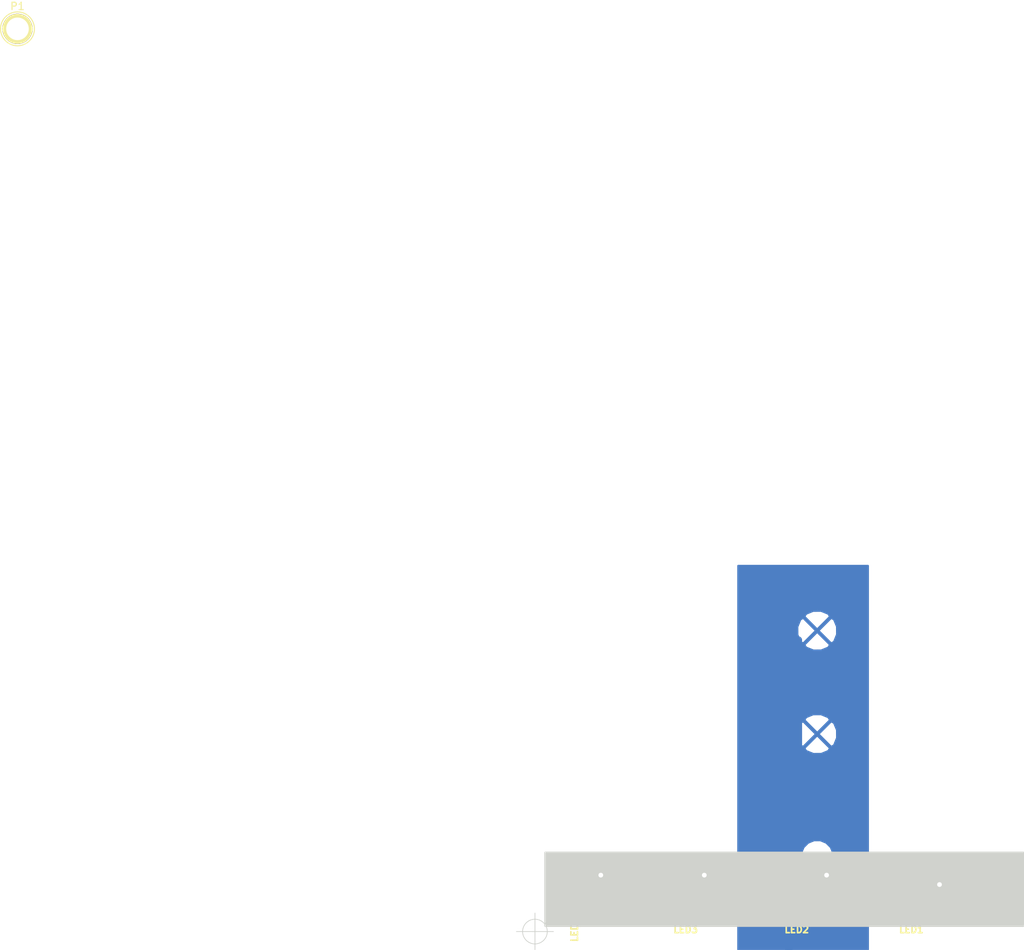
<source format=kicad_pcb>
(kicad_pcb (version 4) (host pcbnew "(2016-05-20 BZR 6816, Git 1e0a72d)-product")

  (general
    (links 27)
    (no_connects 4)
    (area -5.162333 -4.0595 137.0365 139.700001)
    (thickness 1.6)
    (drawings 1)
    (tracks 73)
    (zones 0)
    (modules 16)
    (nets 14)
  )

  (page A4)
  (layers
    (0 F.Cu signal)
    (31 B.Cu signal hide)
    (32 B.Adhes user)
    (33 F.Adhes user)
    (34 B.Paste user)
    (35 F.Paste user)
    (36 B.SilkS user)
    (37 F.SilkS user)
    (38 B.Mask user)
    (39 F.Mask user)
    (40 Dwgs.User user)
    (41 Cmts.User user)
    (42 Eco1.User user)
    (43 Eco2.User user)
    (44 Edge.Cuts user)
  )

  (setup
    (last_trace_width 1)
    (trace_clearance 0.254)
    (zone_clearance 0.508)
    (zone_45_only no)
    (trace_min 0.254)
    (segment_width 0.2)
    (edge_width 0.1)
    (via_size 0.889)
    (via_drill 0.635)
    (via_min_size 0.889)
    (via_min_drill 0.508)
    (uvia_size 0.508)
    (uvia_drill 0.127)
    (uvias_allowed no)
    (uvia_min_size 0.508)
    (uvia_min_drill 0.127)
    (pcb_text_width 0.3)
    (pcb_text_size 1.5 1.5)
    (mod_edge_width 0.15)
    (mod_text_size 1 1)
    (mod_text_width 0.15)
    (pad_size 1.143 1.143)
    (pad_drill 0)
    (pad_to_mask_clearance 0)
    (aux_axis_origin 69.85 121.92)
    (visible_elements FFFFFFBF)
    (pcbplotparams
      (layerselection 0x00000_7fffffff)
      (usegerberextensions true)
      (excludeedgelayer true)
      (linewidth 0.150000)
      (plotframeref false)
      (viasonmask false)
      (mode 1)
      (useauxorigin true)
      (hpglpennumber 1)
      (hpglpenspeed 20)
      (hpglpendiameter 15)
      (psnegative false)
      (psa4output false)
      (plotreference true)
      (plotvalue true)
      (plotinvisibletext false)
      (padsonsilk false)
      (subtractmaskfromsilk false)
      (outputformat 1)
      (mirror false)
      (drillshape 0)
      (scaleselection 1)
      (outputdirectory ../../tmp/))
  )

  (net 0 "")
  (net 1 GND)
  (net 2 "Net-(C10uF1-Pad2)")
  (net 3 "Net-(LED1-Pad5)")
  (net 4 "Net-(LED1-Pad6)")
  (net 5 "Net-(LED2-Pad5)")
  (net 6 "Net-(LED2-Pad6)")
  (net 7 "Net-(LED3-Pad5)")
  (net 8 "Net-(LED3-Pad6)")
  (net 9 "Net-(LED1-Pad1)")
  (net 10 "Net-(LED1-Pad2)")
  (net 11 "Net-(LED4-Pad5)")
  (net 12 "Net-(LED4-Pad6)")
  (net 13 "Net-(P1-Pad1)")

  (net_class Default "This is the default net class."
    (clearance 0.254)
    (trace_width 1)
    (via_dia 0.889)
    (via_drill 0.635)
    (uvia_dia 0.508)
    (uvia_drill 0.127)
    (add_net GND)
    (add_net "Net-(C10uF1-Pad2)")
    (add_net "Net-(LED1-Pad1)")
    (add_net "Net-(LED1-Pad2)")
    (add_net "Net-(LED1-Pad5)")
    (add_net "Net-(LED1-Pad6)")
    (add_net "Net-(LED2-Pad5)")
    (add_net "Net-(LED2-Pad6)")
    (add_net "Net-(LED3-Pad5)")
    (add_net "Net-(LED3-Pad6)")
    (add_net "Net-(LED4-Pad5)")
    (add_net "Net-(LED4-Pad6)")
    (add_net "Net-(P1-Pad1)")
  )

  (module Capacitors_SMD:C_0603 (layer F.Cu) (tedit 5415D631) (tstamp 573F60C6)
    (at 113.03 115.57)
    (descr "Capacitor SMD 0603, reflow soldering, AVX (see smccp.pdf)")
    (tags "capacitor 0603")
    (path /573F035C)
    (attr smd)
    (fp_text reference C10uF1 (at 0 -1.9) (layer F.SilkS)
      (effects (font (size 1 1) (thickness 0.15)))
    )
    (fp_text value CSMALL (at 0 1.9) (layer F.Fab)
      (effects (font (size 1 1) (thickness 0.15)))
    )
    (fp_line (start -1.45 -0.75) (end 1.45 -0.75) (layer F.CrtYd) (width 0.05))
    (fp_line (start -1.45 0.75) (end 1.45 0.75) (layer F.CrtYd) (width 0.05))
    (fp_line (start -1.45 -0.75) (end -1.45 0.75) (layer F.CrtYd) (width 0.05))
    (fp_line (start 1.45 -0.75) (end 1.45 0.75) (layer F.CrtYd) (width 0.05))
    (fp_line (start -0.35 -0.6) (end 0.35 -0.6) (layer F.SilkS) (width 0.15))
    (fp_line (start 0.35 0.6) (end -0.35 0.6) (layer F.SilkS) (width 0.15))
    (pad 1 smd rect (at -0.75 0) (size 0.8 0.75) (layers F.Cu F.Paste F.Mask)
      (net 1 GND))
    (pad 2 smd rect (at 0.75 0) (size 0.8 0.75) (layers F.Cu F.Paste F.Mask)
      (net 2 "Net-(C10uF1-Pad2)"))
    (model Capacitors_SMD.3dshapes/C_0603.wrl
      (at (xyz 0 0 0))
      (scale (xyz 1 1 1))
      (rotate (xyz 0 0 0))
    )
  )

  (module Capacitors_SMD:C_0603 (layer F.Cu) (tedit 5415D631) (tstamp 573F60CB)
    (at 81.28 115.57 180)
    (descr "Capacitor SMD 0603, reflow soldering, AVX (see smccp.pdf)")
    (tags "capacitor 0603")
    (path /573F0377)
    (attr smd)
    (fp_text reference C10uF2 (at 0 -1.9 180) (layer F.SilkS)
      (effects (font (size 1 1) (thickness 0.15)))
    )
    (fp_text value CSMALL (at 0 1.9 180) (layer F.Fab)
      (effects (font (size 1 1) (thickness 0.15)))
    )
    (fp_line (start -1.45 -0.75) (end 1.45 -0.75) (layer F.CrtYd) (width 0.05))
    (fp_line (start -1.45 0.75) (end 1.45 0.75) (layer F.CrtYd) (width 0.05))
    (fp_line (start -1.45 -0.75) (end -1.45 0.75) (layer F.CrtYd) (width 0.05))
    (fp_line (start 1.45 -0.75) (end 1.45 0.75) (layer F.CrtYd) (width 0.05))
    (fp_line (start -0.35 -0.6) (end 0.35 -0.6) (layer F.SilkS) (width 0.15))
    (fp_line (start 0.35 0.6) (end -0.35 0.6) (layer F.SilkS) (width 0.15))
    (pad 1 smd rect (at -0.75 0 180) (size 0.8 0.75) (layers F.Cu F.Paste F.Mask)
      (net 2 "Net-(C10uF1-Pad2)"))
    (pad 2 smd rect (at 0.75 0 180) (size 0.8 0.75) (layers F.Cu F.Paste F.Mask)
      (net 1 GND))
    (model Capacitors_SMD.3dshapes/C_0603.wrl
      (at (xyz 0 0 0))
      (scale (xyz 1 1 1))
      (rotate (xyz 0 0 0))
    )
  )

  (module Capacitors_SMD:C_0603 (layer F.Cu) (tedit 5415D631) (tstamp 573F60D0)
    (at 96.52 115.57 180)
    (descr "Capacitor SMD 0603, reflow soldering, AVX (see smccp.pdf)")
    (tags "capacitor 0603")
    (path /573F0390)
    (attr smd)
    (fp_text reference C10uF3 (at 0 -1.9 180) (layer F.SilkS)
      (effects (font (size 1 1) (thickness 0.15)))
    )
    (fp_text value CSMALL (at 0 1.9 180) (layer F.Fab)
      (effects (font (size 1 1) (thickness 0.15)))
    )
    (fp_line (start -1.45 -0.75) (end 1.45 -0.75) (layer F.CrtYd) (width 0.05))
    (fp_line (start -1.45 0.75) (end 1.45 0.75) (layer F.CrtYd) (width 0.05))
    (fp_line (start -1.45 -0.75) (end -1.45 0.75) (layer F.CrtYd) (width 0.05))
    (fp_line (start 1.45 -0.75) (end 1.45 0.75) (layer F.CrtYd) (width 0.05))
    (fp_line (start -0.35 -0.6) (end 0.35 -0.6) (layer F.SilkS) (width 0.15))
    (fp_line (start 0.35 0.6) (end -0.35 0.6) (layer F.SilkS) (width 0.15))
    (pad 1 smd rect (at -0.75 0 180) (size 0.8 0.75) (layers F.Cu F.Paste F.Mask)
      (net 2 "Net-(C10uF1-Pad2)"))
    (pad 2 smd rect (at 0.75 0 180) (size 0.8 0.75) (layers F.Cu F.Paste F.Mask)
      (net 1 GND))
    (model Capacitors_SMD.3dshapes/C_0603.wrl
      (at (xyz 0 0 0))
      (scale (xyz 1 1 1))
      (rotate (xyz 0 0 0))
    )
  )

  (module Capacitors_SMD:C_0603 (layer F.Cu) (tedit 5415D631) (tstamp 573F60D5)
    (at 74.93 114.3)
    (descr "Capacitor SMD 0603, reflow soldering, AVX (see smccp.pdf)")
    (tags "capacitor 0603")
    (path /573F039F)
    (attr smd)
    (fp_text reference C10uF4 (at 0 -1.9) (layer F.SilkS)
      (effects (font (size 1 1) (thickness 0.15)))
    )
    (fp_text value CSMALL (at 0 1.9) (layer F.Fab)
      (effects (font (size 1 1) (thickness 0.15)))
    )
    (fp_line (start -1.45 -0.75) (end 1.45 -0.75) (layer F.CrtYd) (width 0.05))
    (fp_line (start -1.45 0.75) (end 1.45 0.75) (layer F.CrtYd) (width 0.05))
    (fp_line (start -1.45 -0.75) (end -1.45 0.75) (layer F.CrtYd) (width 0.05))
    (fp_line (start 1.45 -0.75) (end 1.45 0.75) (layer F.CrtYd) (width 0.05))
    (fp_line (start -0.35 -0.6) (end 0.35 -0.6) (layer F.SilkS) (width 0.15))
    (fp_line (start 0.35 0.6) (end -0.35 0.6) (layer F.SilkS) (width 0.15))
    (pad 1 smd rect (at -0.75 0) (size 0.8 0.75) (layers F.Cu F.Paste F.Mask)
      (net 2 "Net-(C10uF1-Pad2)"))
    (pad 2 smd rect (at 0.75 0) (size 0.8 0.75) (layers F.Cu F.Paste F.Mask)
      (net 1 GND))
    (model Capacitors_SMD.3dshapes/C_0603.wrl
      (at (xyz 0 0 0))
      (scale (xyz 1 1 1))
      (rotate (xyz 0 0 0))
    )
  )

  (module APA102:APA102 (layer F.Cu) (tedit 55F48DE2) (tstamp 573F60DA)
    (at 120.65 118.11)
    (path /573F009C)
    (fp_text reference LED1 (at 0 3.556) (layer F.SilkS)
      (effects (font (size 0.889 0.889) (thickness 0.3048)))
    )
    (fp_text value APA102 (at 0 0 -270) (layer F.SilkS)
      (effects (font (size 0.889 0.6) (thickness 0.15)))
    )
    (fp_line (start 1.5 2.5) (end 2.5 1.5) (layer F.SilkS) (width 0.3048))
    (fp_line (start -2.5 2.5) (end 1.5 2.5) (layer F.SilkS) (width 0.3048))
    (fp_line (start 2.5 -2.5) (end 2.5 1.5) (layer F.SilkS) (width 0.3048))
    (fp_line (start -2.5 -2.5) (end 2.5 -2.5) (layer F.SilkS) (width 0.3048))
    (fp_line (start -2.5 -2.5) (end -2.5 2.5) (layer F.SilkS) (width 0.3048))
    (pad 1 smd oval (at 2.4 1.7) (size 2 1.1) (layers F.Cu F.Paste F.Mask)
      (net 9 "Net-(LED1-Pad1)"))
    (pad 2 smd oval (at 2.4 0) (size 2 1.1) (layers F.Cu F.Paste F.Mask)
      (net 10 "Net-(LED1-Pad2)"))
    (pad 3 smd oval (at 2.4 -1.7) (size 2 1.1) (layers F.Cu F.Paste F.Mask)
      (net 1 GND))
    (pad 4 smd oval (at -2.4 -1.7 180) (size 2 1.1) (layers F.Cu F.Paste F.Mask)
      (net 2 "Net-(C10uF1-Pad2)"))
    (pad 5 smd oval (at -2.4 0 180) (size 2 1.1) (layers F.Cu F.Paste F.Mask)
      (net 3 "Net-(LED1-Pad5)"))
    (pad 6 smd oval (at -2.4 1.7 180) (size 2 1.1) (layers F.Cu F.Paste F.Mask)
      (net 4 "Net-(LED1-Pad6)"))
  )

  (module APA102:APA102 (layer F.Cu) (tedit 55F48DE2) (tstamp 573F60E3)
    (at 105.19 118.11)
    (path /573F00AB)
    (fp_text reference LED2 (at 0 3.556) (layer F.SilkS)
      (effects (font (size 0.889 0.889) (thickness 0.3048)))
    )
    (fp_text value APA102 (at 0 0 -270) (layer F.SilkS)
      (effects (font (size 0.889 0.6) (thickness 0.15)))
    )
    (fp_line (start 1.5 2.5) (end 2.5 1.5) (layer F.SilkS) (width 0.3048))
    (fp_line (start -2.5 2.5) (end 1.5 2.5) (layer F.SilkS) (width 0.3048))
    (fp_line (start 2.5 -2.5) (end 2.5 1.5) (layer F.SilkS) (width 0.3048))
    (fp_line (start -2.5 -2.5) (end 2.5 -2.5) (layer F.SilkS) (width 0.3048))
    (fp_line (start -2.5 -2.5) (end -2.5 2.5) (layer F.SilkS) (width 0.3048))
    (pad 1 smd oval (at 2.4 1.7) (size 2 1.1) (layers F.Cu F.Paste F.Mask)
      (net 4 "Net-(LED1-Pad6)"))
    (pad 2 smd oval (at 2.4 0) (size 2 1.1) (layers F.Cu F.Paste F.Mask)
      (net 3 "Net-(LED1-Pad5)"))
    (pad 3 smd oval (at 2.4 -1.7) (size 2 1.1) (layers F.Cu F.Paste F.Mask)
      (net 1 GND))
    (pad 4 smd oval (at -2.4 -1.7 180) (size 2 1.1) (layers F.Cu F.Paste F.Mask)
      (net 2 "Net-(C10uF1-Pad2)"))
    (pad 5 smd oval (at -2.4 0 180) (size 2 1.1) (layers F.Cu F.Paste F.Mask)
      (net 5 "Net-(LED2-Pad5)"))
    (pad 6 smd oval (at -2.4 1.7 180) (size 2 1.1) (layers F.Cu F.Paste F.Mask)
      (net 6 "Net-(LED2-Pad6)"))
  )

  (module APA102:APA102 (layer F.Cu) (tedit 55F48DE2) (tstamp 573F60EC)
    (at 90.19 118.11)
    (path /573F00BA)
    (fp_text reference LED3 (at 0 3.556) (layer F.SilkS)
      (effects (font (size 0.889 0.889) (thickness 0.3048)))
    )
    (fp_text value APA102 (at 0 0 -270) (layer F.SilkS)
      (effects (font (size 0.889 0.6) (thickness 0.15)))
    )
    (fp_line (start 1.5 2.5) (end 2.5 1.5) (layer F.SilkS) (width 0.3048))
    (fp_line (start -2.5 2.5) (end 1.5 2.5) (layer F.SilkS) (width 0.3048))
    (fp_line (start 2.5 -2.5) (end 2.5 1.5) (layer F.SilkS) (width 0.3048))
    (fp_line (start -2.5 -2.5) (end 2.5 -2.5) (layer F.SilkS) (width 0.3048))
    (fp_line (start -2.5 -2.5) (end -2.5 2.5) (layer F.SilkS) (width 0.3048))
    (pad 1 smd oval (at 2.4 1.7) (size 2 1.1) (layers F.Cu F.Paste F.Mask)
      (net 6 "Net-(LED2-Pad6)"))
    (pad 2 smd oval (at 2.4 0) (size 2 1.1) (layers F.Cu F.Paste F.Mask)
      (net 5 "Net-(LED2-Pad5)"))
    (pad 3 smd oval (at 2.4 -1.7) (size 2 1.1) (layers F.Cu F.Paste F.Mask)
      (net 1 GND))
    (pad 4 smd oval (at -2.4 -1.7 180) (size 2 1.1) (layers F.Cu F.Paste F.Mask)
      (net 2 "Net-(C10uF1-Pad2)"))
    (pad 5 smd oval (at -2.4 0 180) (size 2 1.1) (layers F.Cu F.Paste F.Mask)
      (net 7 "Net-(LED3-Pad5)"))
    (pad 6 smd oval (at -2.4 1.7 180) (size 2 1.1) (layers F.Cu F.Paste F.Mask)
      (net 8 "Net-(LED3-Pad6)"))
  )

  (module APA102:APA102 (layer F.Cu) (tedit 573F6C16) (tstamp 573F60F5)
    (at 75.19 118.11)
    (path /573F00C9)
    (fp_text reference LED4 (at 0 3.556 -270) (layer F.SilkS)
      (effects (font (size 0.889 0.889) (thickness 0.3048)))
    )
    (fp_text value APA102 (at 0 0 -270) (layer F.SilkS)
      (effects (font (size 0.889 0.6) (thickness 0.15)))
    )
    (fp_line (start 1.5 2.5) (end 2.5 1.5) (layer F.SilkS) (width 0.3048))
    (fp_line (start -2.5 2.5) (end 1.5 2.5) (layer F.SilkS) (width 0.3048))
    (fp_line (start 2.5 -2.5) (end 2.5 1.5) (layer F.SilkS) (width 0.3048))
    (fp_line (start -2.5 -2.5) (end 2.5 -2.5) (layer F.SilkS) (width 0.3048))
    (fp_line (start -2.5 -2.5) (end -2.5 2.5) (layer F.SilkS) (width 0.3048))
    (pad 1 smd oval (at 2.4 1.7) (size 2 1.1) (layers F.Cu F.Paste F.Mask)
      (net 8 "Net-(LED3-Pad6)"))
    (pad 2 smd oval (at 2.4 0) (size 2 1.1) (layers F.Cu F.Paste F.Mask)
      (net 7 "Net-(LED3-Pad5)"))
    (pad 3 smd oval (at 2.4 -1.7) (size 2 1.1) (layers F.Cu F.Paste F.Mask)
      (net 1 GND))
    (pad 4 smd oval (at -2.4 -1.7 180) (size 2 1.1) (layers F.Cu F.Paste F.Mask)
      (net 2 "Net-(C10uF1-Pad2)"))
    (pad 5 smd oval (at -2.4 0 180) (size 2 1.1) (layers F.Cu F.Paste F.Mask)
      (net 11 "Net-(LED4-Pad5)"))
    (pad 6 smd oval (at -2.4 1.7 180) (size 2 1.1) (layers F.Cu F.Paste F.Mask)
      (net 12 "Net-(LED4-Pad6)"))
  )

  (module Connect:1pin (layer F.Cu) (tedit 0) (tstamp 573F89F8)
    (at 0 0)
    (descr "module 1 pin (ou trou mecanique de percage)")
    (tags DEV)
    (path /573F6E6F)
    (fp_text reference P1 (at 0 -3.048) (layer F.SilkS)
      (effects (font (size 1 1) (thickness 0.15)))
    )
    (fp_text value CONN_01X01 (at 0 2.794) (layer F.Fab)
      (effects (font (size 1 1) (thickness 0.15)))
    )
    (fp_circle (center 0 0) (end 0 -2.286) (layer F.SilkS) (width 0.15))
    (pad 1 thru_hole circle (at 0 0) (size 4.064 4.064) (drill 3.048) (layers *.Cu *.Mask F.SilkS)
      (net 13 "Net-(P1-Pad1)"))
  )

  (module Connect:PINTST (layer F.Cu) (tedit 5740B4AF) (tstamp 5740B4C1)
    (at 134.62 119.38 90)
    (descr "module 1 pin (ou trou mecanique de percage)")
    (tags DEV)
    (path /573F6FFB)
    (fp_text reference P2 (at 0 -1.26746 90) (layer F.SilkS)
      (effects (font (size 1 1) (thickness 0.15)))
    )
    (fp_text value CONN_01X01 (at 0 1.27 90) (layer F.Fab)
      (effects (font (size 1 1) (thickness 0.15)))
    )
    (fp_circle (center 0 0) (end -0.254 -0.762) (layer F.SilkS) (width 0.15))
    (pad 1 smd circle (at 0 0 90) (size 1.143 1.143) (layers F.Cu F.Paste F.Mask)
      (net 9 "Net-(LED1-Pad1)"))
    (model Connect.3dshapes/PINTST.wrl
      (at (xyz 0 0 0))
      (scale (xyz 1 1 1))
      (rotate (xyz 0 0 0))
    )
  )

  (module Connect:PINTST (layer F.Cu) (tedit 5740B4A7) (tstamp 5740B4C6)
    (at 134.62 116.84 90)
    (descr "module 1 pin (ou trou mecanique de percage)")
    (tags DEV)
    (path /573F7135)
    (fp_text reference P3 (at 0 -1.26746 90) (layer F.SilkS)
      (effects (font (size 1 1) (thickness 0.15)))
    )
    (fp_text value CONN_01X01 (at 0 1.27 90) (layer F.Fab)
      (effects (font (size 1 1) (thickness 0.15)))
    )
    (fp_circle (center 0 0) (end -0.254 -0.762) (layer F.SilkS) (width 0.15))
    (pad 1 smd circle (at 0 0 90) (size 1.143 1.143) (layers F.Cu F.Paste F.Mask)
      (net 10 "Net-(LED1-Pad2)"))
    (model Connect.3dshapes/PINTST.wrl
      (at (xyz 0 0 0))
      (scale (xyz 1 1 1))
      (rotate (xyz 0 0 0))
    )
  )

  (module Connect:PINTST (layer F.Cu) (tedit 5740B52A) (tstamp 5740B4CB)
    (at 134.62 114.3 90)
    (descr "module 1 pin (ou trou mecanique de percage)")
    (tags DEV)
    (path /573F6ED5)
    (fp_text reference P4 (at 0 -1.26746 90) (layer F.SilkS)
      (effects (font (size 1 1) (thickness 0.15)))
    )
    (fp_text value CONN_01X01 (at 0 1.27 90) (layer F.Fab)
      (effects (font (size 1 1) (thickness 0.15)))
    )
    (fp_circle (center 0 0) (end -0.254 -0.762) (layer F.SilkS) (width 0.15))
    (pad 1 smd circle (at 0 0 90) (size 1.143 1.143) (layers F.Cu F.Paste F.Mask)
      (net 2 "Net-(C10uF1-Pad2)"))
    (model Connect.3dshapes/PINTST.wrl
      (at (xyz 0 0 0))
      (scale (xyz 1 1 1))
      (rotate (xyz 0 0 0))
    )
  )

  (module Connect:PINTST (layer F.Cu) (tedit 0) (tstamp 5740B4D0)
    (at 78.74 114.3 90)
    (descr "module 1 pin (ou trou mecanique de percage)")
    (tags DEV)
    (path /573F8941)
    (fp_text reference P5 (at 0 -1.26746 90) (layer F.SilkS)
      (effects (font (size 1 1) (thickness 0.15)))
    )
    (fp_text value CONN_01X01 (at 0 1.27 90) (layer F.Fab)
      (effects (font (size 1 1) (thickness 0.15)))
    )
    (fp_circle (center 0 0) (end -0.254 -0.762) (layer F.SilkS) (width 0.15))
    (pad 1 thru_hole circle (at 0 0 90) (size 1.143 1.143) (drill 0.635) (layers *.Cu *.Mask F.SilkS)
      (net 1 GND))
    (model Connect.3dshapes/PINTST.wrl
      (at (xyz 0 0 0))
      (scale (xyz 1 1 1))
      (rotate (xyz 0 0 0))
    )
  )

  (module Connect:PINTST (layer F.Cu) (tedit 0) (tstamp 5740B4D5)
    (at 109.22 114.3 90)
    (descr "module 1 pin (ou trou mecanique de percage)")
    (tags DEV)
    (path /573F89A1)
    (fp_text reference P6 (at 0 -1.26746 90) (layer F.SilkS)
      (effects (font (size 1 1) (thickness 0.15)))
    )
    (fp_text value CONN_01X01 (at 0 1.27 90) (layer F.Fab)
      (effects (font (size 1 1) (thickness 0.15)))
    )
    (fp_circle (center 0 0) (end -0.254 -0.762) (layer F.SilkS) (width 0.15))
    (pad 1 thru_hole circle (at 0 0 90) (size 1.143 1.143) (drill 0.635) (layers *.Cu *.Mask F.SilkS)
      (net 1 GND))
    (model Connect.3dshapes/PINTST.wrl
      (at (xyz 0 0 0))
      (scale (xyz 1 1 1))
      (rotate (xyz 0 0 0))
    )
  )

  (module Connect:PINTST (layer F.Cu) (tedit 0) (tstamp 5740B4DA)
    (at 124.46 115.57 90)
    (descr "module 1 pin (ou trou mecanique de percage)")
    (tags DEV)
    (path /573F89FE)
    (fp_text reference P7 (at 0 -1.26746 90) (layer F.SilkS)
      (effects (font (size 1 1) (thickness 0.15)))
    )
    (fp_text value CONN_01X01 (at 0 1.27 90) (layer F.Fab)
      (effects (font (size 1 1) (thickness 0.15)))
    )
    (fp_circle (center 0 0) (end -0.254 -0.762) (layer F.SilkS) (width 0.15))
    (pad 1 thru_hole circle (at 0 0 90) (size 1.143 1.143) (drill 0.635) (layers *.Cu *.Mask F.SilkS)
      (net 1 GND))
    (model Connect.3dshapes/PINTST.wrl
      (at (xyz 0 0 0))
      (scale (xyz 1 1 1))
      (rotate (xyz 0 0 0))
    )
  )

  (module Connect:PINTST (layer F.Cu) (tedit 0) (tstamp 5740B4DF)
    (at 92.71 114.3 90)
    (descr "module 1 pin (ou trou mecanique de percage)")
    (tags DEV)
    (path /573F8A6D)
    (fp_text reference P8 (at 0 -1.26746 90) (layer F.SilkS)
      (effects (font (size 1 1) (thickness 0.15)))
    )
    (fp_text value CONN_01X01 (at 0 1.27 90) (layer F.Fab)
      (effects (font (size 1 1) (thickness 0.15)))
    )
    (fp_circle (center 0 0) (end -0.254 -0.762) (layer F.SilkS) (width 0.15))
    (pad 1 thru_hole circle (at 0 0 90) (size 1.143 1.143) (drill 0.635) (layers *.Cu *.Mask F.SilkS)
      (net 1 GND))
    (model Connect.3dshapes/PINTST.wrl
      (at (xyz 0 0 0))
      (scale (xyz 1 1 1))
      (rotate (xyz 0 0 0))
    )
  )

  (target plus (at 69.85 121.92) (size 5) (width 0.1) (layer Edge.Cuts))

  (segment (start 104.14 128.27) (end 104.14 114.3) (width 1) (layer B.Cu) (net 0))
  (segment (start 104.14 114.3) (end 105.41 113.03) (width 1) (layer B.Cu) (net 0) (tstamp 5740B8A2))
  (segment (start 105.41 113.03) (end 105.41 82.55) (width 1) (layer B.Cu) (net 0) (tstamp 5740B8A4))
  (segment (start 92.71 114.3) (end 92.71 116.29) (width 1) (layer F.Cu) (net 1))
  (segment (start 92.71 116.29) (end 92.59 116.41) (width 1) (layer F.Cu) (net 1) (tstamp 5740B60D))
  (segment (start 109.22 114.3) (end 109.22 114.78) (width 1) (layer F.Cu) (net 1))
  (segment (start 109.22 114.78) (end 107.59 116.41) (width 1) (layer F.Cu) (net 1) (tstamp 5740B5BD))
  (segment (start 78.74 114.3) (end 78.74 115.26) (width 1) (layer F.Cu) (net 1))
  (segment (start 78.74 115.26) (end 78.43 115.57) (width 1) (layer F.Cu) (net 1) (tstamp 573F8DDD))
  (segment (start 92.71 116.29) (end 92.59 116.41) (width 1) (layer F.Cu) (net 1) (tstamp 573F8DD6))
  (segment (start 124.46 115.57) (end 124.46 115) (width 1) (layer F.Cu) (net 1))
  (segment (start 124.46 115) (end 123.05 116.41) (width 1) (layer F.Cu) (net 1) (tstamp 573F8DCE))
  (segment (start 107.59 116.41) (end 111.44 116.41) (width 1) (layer F.Cu) (net 1))
  (segment (start 111.44 116.41) (end 112.28 115.57) (width 1) (layer F.Cu) (net 1) (tstamp 573F8733))
  (segment (start 75.68 114.3) (end 77.16 114.3) (width 1) (layer F.Cu) (net 1))
  (segment (start 77.16 114.3) (end 78.43 115.57) (width 1) (layer F.Cu) (net 1) (tstamp 573F842A))
  (segment (start 92.59 116.41) (end 94.93 116.41) (width 1) (layer F.Cu) (net 1))
  (segment (start 94.93 116.41) (end 95.77 115.57) (width 1) (layer F.Cu) (net 1) (tstamp 573F8259))
  (segment (start 80.53 115.57) (end 78.43 115.57) (width 1) (layer F.Cu) (net 1))
  (segment (start 78.43 115.57) (end 77.59 116.41) (width 1) (layer F.Cu) (net 1) (tstamp 573F8238))
  (segment (start 72.39 114.3) (end 72.39 111.76) (width 1) (layer F.Cu) (net 2))
  (segment (start 82.03 113.78) (end 82.03 115.57) (width 1) (layer F.Cu) (net 2) (tstamp 5740B667))
  (segment (start 80.01 111.76) (end 82.03 113.78) (width 1) (layer F.Cu) (net 2) (tstamp 5740B662))
  (segment (start 72.39 111.76) (end 80.01 111.76) (width 1) (layer F.Cu) (net 2) (tstamp 5740B65F))
  (segment (start 102.79 114.38) (end 99.14 114.38) (width 1) (layer F.Cu) (net 2))
  (segment (start 86.36 116.41) (end 87.79 116.41) (width 1) (layer F.Cu) (net 2) (tstamp 5740B621))
  (segment (start 86.36 114.3) (end 86.36 116.41) (width 1) (layer F.Cu) (net 2) (tstamp 5740B61F))
  (segment (start 90.17 114.3) (end 86.36 114.3) (width 1) (layer F.Cu) (net 2) (tstamp 5740B619))
  (segment (start 90.17 111.76) (end 90.17 114.3) (width 1) (layer F.Cu) (net 2) (tstamp 5740B618))
  (segment (start 93.98 111.76) (end 90.17 111.76) (width 1) (layer F.Cu) (net 2) (tstamp 5740B617))
  (segment (start 95.25 113.03) (end 93.98 111.76) (width 1) (layer F.Cu) (net 2) (tstamp 5740B614))
  (segment (start 97.79 113.03) (end 95.25 113.03) (width 1) (layer F.Cu) (net 2) (tstamp 5740B613))
  (segment (start 99.14 114.38) (end 97.79 113.03) (width 1) (layer F.Cu) (net 2) (tstamp 5740B612))
  (segment (start 116.84 113.03) (end 111.76 113.03) (width 1) (layer F.Cu) (net 2))
  (segment (start 102.79 114.38) (end 102.79 116.41) (width 1) (layer F.Cu) (net 2) (tstamp 5740B5F1))
  (segment (start 102.87 114.3) (end 102.79 114.38) (width 1) (layer F.Cu) (net 2) (tstamp 5740B5F0))
  (segment (start 105.41 114.3) (end 102.87 114.3) (width 1) (layer F.Cu) (net 2) (tstamp 5740B5EF))
  (segment (start 107.95 111.76) (end 105.41 114.3) (width 1) (layer F.Cu) (net 2) (tstamp 5740B5EE))
  (segment (start 110.49 111.76) (end 107.95 111.76) (width 1) (layer F.Cu) (net 2) (tstamp 5740B5ED))
  (segment (start 111.76 113.03) (end 110.49 111.76) (width 1) (layer F.Cu) (net 2) (tstamp 5740B5EC))
  (segment (start 116.84 113.03) (end 127 113.03) (width 1) (layer F.Cu) (net 2))
  (segment (start 116.84 116.41) (end 116.84 113.03) (width 1) (layer F.Cu) (net 2))
  (segment (start 128.27 114.3) (end 134.62 114.3) (width 1) (layer F.Cu) (net 2) (tstamp 5740B591))
  (segment (start 127 113.03) (end 128.27 114.3) (width 1) (layer F.Cu) (net 2) (tstamp 5740B58D))
  (segment (start 72.39 114.3) (end 72.39 116.01) (width 1) (layer F.Cu) (net 2))
  (segment (start 72.39 116.01) (end 72.79 116.41) (width 1) (layer F.Cu) (net 2) (tstamp 573F876D))
  (segment (start 74.18 114.3) (end 72.39 114.3) (width 1) (layer F.Cu) (net 2))
  (segment (start 97.27 115.57) (end 97.79 115.57) (width 1) (layer F.Cu) (net 2))
  (segment (start 98.63 116.41) (end 97.79 115.57) (width 1) (layer F.Cu) (net 2) (tstamp 573F813D))
  (segment (start 98.63 116.41) (end 102.79 116.41) (width 1) (layer F.Cu) (net 2))
  (segment (start 82.03 115.57) (end 82.03 116.32) (width 1) (layer F.Cu) (net 2))
  (segment (start 82.03 116.32) (end 82.12 116.41) (width 1) (layer F.Cu) (net 2) (tstamp 573F8223))
  (segment (start 82.12 116.41) (end 87.79 116.41) (width 1) (layer F.Cu) (net 2) (tstamp 573F8226))
  (segment (start 118.25 116.41) (end 116.84 116.41) (width 1) (layer F.Cu) (net 2))
  (segment (start 116.84 116.41) (end 118.11 116.41) (width 1) (layer F.Cu) (net 2) (tstamp 573F86CE))
  (segment (start 115.89 116.41) (end 114.3 115.57) (width 1) (layer F.Cu) (net 2) (tstamp 573F80EE))
  (segment (start 118.11 116.41) (end 115.89 116.41) (width 1) (layer F.Cu) (net 2) (tstamp 573F810F))
  (segment (start 110.49 118.11) (end 107.59 118.11) (width 1) (layer F.Cu) (net 3))
  (segment (start 110.35 118.11) (end 110.49 118.11) (width 1) (layer F.Cu) (net 3))
  (segment (start 110.49 118.11) (end 118.25 118.11) (width 1) (layer F.Cu) (net 3) (tstamp 573F7FB0))
  (segment (start 107.59 119.81) (end 111.33 119.81) (width 1) (layer F.Cu) (net 4))
  (segment (start 110.35 119.81) (end 111.33 119.81) (width 1) (layer F.Cu) (net 4))
  (segment (start 111.33 119.81) (end 118.25 119.81) (width 1) (layer F.Cu) (net 4) (tstamp 573F7FB9))
  (segment (start 92.59 118.11) (end 102.79 118.11) (width 1) (layer F.Cu) (net 5))
  (segment (start 92.59 119.81) (end 102.79 119.81) (width 1) (layer F.Cu) (net 6))
  (segment (start 77.59 118.11) (end 87.79 118.11) (width 1) (layer F.Cu) (net 7))
  (segment (start 77.59 119.81) (end 87.79 119.81) (width 1) (layer F.Cu) (net 8))
  (segment (start 123.05 119.81) (end 133.682 119.81) (width 1) (layer F.Cu) (net 9))
  (segment (start 133.682 119.81) (end 134.112 119.38) (width 1) (layer F.Cu) (net 9) (tstamp 573F7E08))
  (segment (start 134.62 116.84) (end 130.81 116.84) (width 1) (layer F.Cu) (net 10))
  (segment (start 124.46 118.11) (end 129.54 118.11) (width 1) (layer F.Cu) (net 10) (tstamp 573F7DFD))
  (segment (start 129.54 118.11) (end 130.81 116.84) (width 1) (layer F.Cu) (net 10) (tstamp 573F7E04))
  (segment (start 124.46 118.11) (end 123.05 118.11) (width 1) (layer F.Cu) (net 10))

  (zone (net 0) (net_name "") (layer Edge.Cuts) (tstamp 573FEA42) (hatch edge 0.508)
    (connect_pads (clearance 0.508))
    (min_thickness 0.254)
    (fill yes (arc_segments 16) (thermal_gap 0.508) (thermal_bridge_width 0.508))
    (polygon
      (pts
        (xy 135.89 111.125) (xy 135.89 121.285) (xy 71.12 121.285) (xy 71.12 111.125)
      )
    )
    (filled_polygon
      (pts
        (xy 135.763 111.252) (xy 135.763 121.158) (xy 71.247 121.158) (xy 71.247 111.252)
      )
    )
  )
  (zone (net 1) (net_name GND) (layer B.Cu) (tstamp 573FEAEB) (hatch edge 0.508)
    (connect_pads (clearance 0.508))
    (min_thickness 0.254)
    (fill yes (arc_segments 16) (thermal_gap 0.508) (thermal_bridge_width 0.508))
    (polygon
      (pts
        (xy 98.425 74.93) (xy 108.585 74.93) (xy 108.585 139.7) (xy 98.425 139.7)
      )
    )
    (filled_polygon
      (pts
        (xy 114.808 139.573) (xy 97.282 139.573) (xy 97.282 127.427567) (xy 105.790626 127.427567) (xy 106.118622 128.221377)
        (xy 106.725428 128.829244) (xy 107.518664 129.158624) (xy 108.377567 129.159374) (xy 109.171377 128.831378) (xy 109.779244 128.224572)
        (xy 110.108624 127.431336) (xy 110.109374 126.572433) (xy 109.781378 125.778623) (xy 109.174572 125.170756) (xy 108.381336 124.841376)
        (xy 107.522433 124.840626) (xy 106.728623 125.168622) (xy 106.120756 125.775428) (xy 105.791376 126.568664) (xy 105.790626 127.427567)
        (xy 97.282 127.427567) (xy 97.282 112.187567) (xy 105.790626 112.187567) (xy 106.118622 112.981377) (xy 106.725428 113.589244)
        (xy 107.518664 113.918624) (xy 108.377567 113.919374) (xy 109.171377 113.591378) (xy 109.779244 112.984572) (xy 110.108624 112.191336)
        (xy 110.109374 111.332433) (xy 109.781378 110.538623) (xy 109.174572 109.930756) (xy 108.381336 109.601376) (xy 107.522433 109.600626)
        (xy 106.728623 109.928622) (xy 106.120756 110.535428) (xy 105.791376 111.328664) (xy 105.790626 112.187567) (xy 97.282 112.187567)
        (xy 97.282 97.148121) (xy 106.231484 97.148121) (xy 106.456154 97.522168) (xy 107.439388 97.92088) (xy 108.500357 97.912975)
        (xy 109.443846 97.522168) (xy 109.668516 97.148121) (xy 107.95 95.429605) (xy 106.231484 97.148121) (xy 97.282 97.148121)
        (xy 97.282 94.739388) (xy 105.27912 94.739388) (xy 105.287025 95.800357) (xy 105.677832 96.743846) (xy 106.051879 96.968516)
        (xy 107.770395 95.25) (xy 108.129605 95.25) (xy 109.848121 96.968516) (xy 110.222168 96.743846) (xy 110.62088 95.760612)
        (xy 110.612975 94.699643) (xy 110.222168 93.756154) (xy 109.848121 93.531484) (xy 108.129605 95.25) (xy 107.770395 95.25)
        (xy 106.051879 93.531484) (xy 105.677832 93.756154) (xy 105.27912 94.739388) (xy 97.282 94.739388) (xy 97.282 93.351879)
        (xy 106.231484 93.351879) (xy 107.95 95.070395) (xy 109.668516 93.351879) (xy 109.443846 92.977832) (xy 108.460612 92.57912)
        (xy 107.399643 92.587025) (xy 106.456154 92.977832) (xy 106.231484 93.351879) (xy 97.282 93.351879) (xy 97.282 83.178121)
        (xy 106.231484 83.178121) (xy 106.456154 83.552168) (xy 107.439388 83.95088) (xy 108.500357 83.942975) (xy 109.443846 83.552168)
        (xy 109.668516 83.178121) (xy 107.95 81.459605) (xy 106.231484 83.178121) (xy 97.282 83.178121) (xy 97.282 80.769388)
        (xy 105.27912 80.769388) (xy 105.287025 81.830357) (xy 105.677832 82.773846) (xy 106.051879 82.998516) (xy 107.770395 81.28)
        (xy 108.129605 81.28) (xy 109.848121 82.998516) (xy 110.222168 82.773846) (xy 110.62088 81.790612) (xy 110.612975 80.729643)
        (xy 110.222168 79.786154) (xy 109.848121 79.561484) (xy 108.129605 81.28) (xy 107.770395 81.28) (xy 106.051879 79.561484)
        (xy 105.677832 79.786154) (xy 105.27912 80.769388) (xy 97.282 80.769388) (xy 97.282 79.381879) (xy 106.231484 79.381879)
        (xy 107.95 81.100395) (xy 109.668516 79.381879) (xy 109.443846 79.007832) (xy 108.460612 78.60912) (xy 107.399643 78.617025)
        (xy 106.456154 79.007832) (xy 106.231484 79.381879) (xy 97.282 79.381879) (xy 97.282 72.517) (xy 114.808 72.517)
      )
    )
  )
)

</source>
